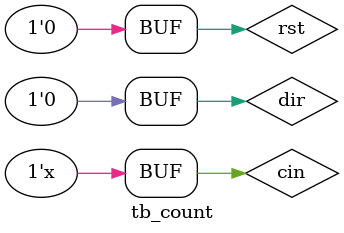
<source format=v>
`timescale 1ns/1ns
`include "count.v"
module tb_count;
reg cin,rst,dir;
//output cout;
wire cout;
always
#50 cin=-cin;
initial
begin
#50 rst=0;dir=0;
#50 dir=1;
#100 rst=0;dir=0;
end
count m(.cin(cin),.rst(rst),.dir(dir),.cout(cout)); 
endmodule
</source>
